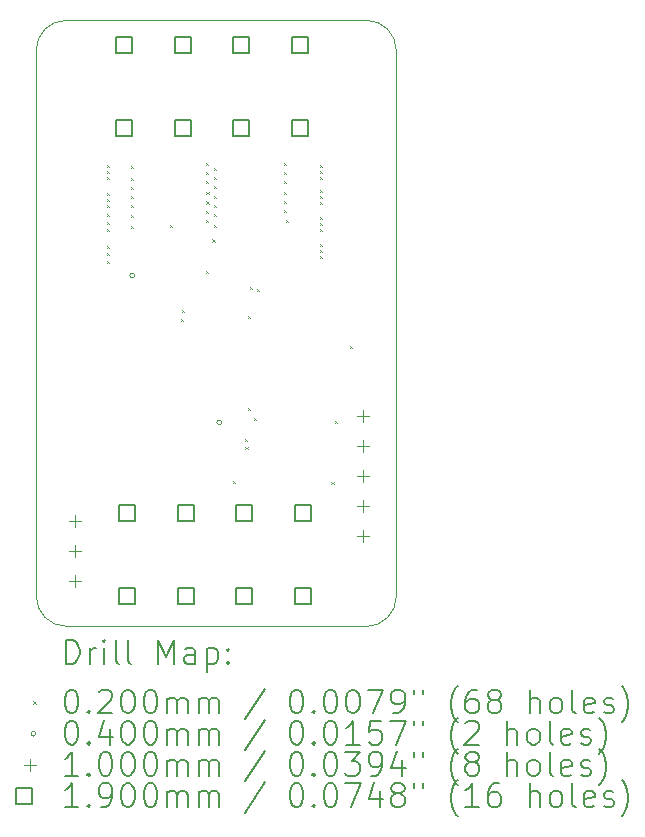
<source format=gbr>
%FSLAX45Y45*%
G04 Gerber Fmt 4.5, Leading zero omitted, Abs format (unit mm)*
G04 Created by KiCad (PCBNEW (6.0.0)) date 2022-02-23 23:53:31*
%MOMM*%
%LPD*%
G01*
G04 APERTURE LIST*
%TA.AperFunction,Profile*%
%ADD10C,0.100000*%
%TD*%
%ADD11C,0.200000*%
%ADD12C,0.020040*%
%ADD13C,0.040000*%
%ADD14C,0.100000*%
%ADD15C,0.190000*%
G04 APERTURE END LIST*
D10*
X17221200Y-14122400D02*
G75*
G03*
X16967200Y-13868400I-254000J0D01*
G01*
X14427200Y-18999200D02*
X16967200Y-19001005D01*
X14427200Y-13868400D02*
G75*
G03*
X14173200Y-14122400I0J-254000D01*
G01*
X17221200Y-18745200D02*
X17221200Y-14122400D01*
X16967200Y-19001005D02*
G75*
G03*
X17221200Y-18747005I0J254000D01*
G01*
X14173200Y-14122400D02*
X14173200Y-18745200D01*
X16967200Y-13868400D02*
X14427200Y-13868400D01*
X14173200Y-18745200D02*
G75*
G03*
X14427200Y-18999200I254000J0D01*
G01*
D11*
D12*
X14772458Y-15090057D02*
X14792498Y-15110098D01*
X14792498Y-15090057D02*
X14772458Y-15110098D01*
X14772458Y-15140839D02*
X14792498Y-15160880D01*
X14792498Y-15140839D02*
X14772458Y-15160880D01*
X14772780Y-15191880D02*
X14792820Y-15211920D01*
X14792820Y-15191880D02*
X14772780Y-15211920D01*
X14772780Y-15331580D02*
X14792820Y-15351620D01*
X14792820Y-15331580D02*
X14772780Y-15351620D01*
X14772780Y-15382380D02*
X14792820Y-15402420D01*
X14792820Y-15382380D02*
X14772780Y-15402420D01*
X14772780Y-15433180D02*
X14792820Y-15453220D01*
X14792820Y-15433180D02*
X14772780Y-15453220D01*
X14772780Y-15509380D02*
X14792820Y-15529420D01*
X14792820Y-15509380D02*
X14772780Y-15529420D01*
X14772780Y-15572880D02*
X14792820Y-15592920D01*
X14792820Y-15572880D02*
X14772780Y-15592920D01*
X14772780Y-15636380D02*
X14792820Y-15656420D01*
X14792820Y-15636380D02*
X14772780Y-15656420D01*
X14772780Y-15776080D02*
X14792820Y-15796120D01*
X14792820Y-15776080D02*
X14772780Y-15796120D01*
X14772780Y-15839580D02*
X14792820Y-15859620D01*
X14792820Y-15839580D02*
X14772780Y-15859620D01*
X14772780Y-15903080D02*
X14792820Y-15923120D01*
X14792820Y-15903080D02*
X14772780Y-15923120D01*
X14975980Y-15102980D02*
X14996020Y-15123020D01*
X14996020Y-15102980D02*
X14975980Y-15123020D01*
X14975980Y-15204580D02*
X14996020Y-15224620D01*
X14996020Y-15204580D02*
X14975980Y-15224620D01*
X14975980Y-15280780D02*
X14996020Y-15300820D01*
X14996020Y-15280780D02*
X14975980Y-15300820D01*
X14975980Y-15356980D02*
X14996020Y-15377020D01*
X14996020Y-15356980D02*
X14975980Y-15377020D01*
X14975980Y-15433180D02*
X14996020Y-15453220D01*
X14996020Y-15433180D02*
X14975980Y-15453220D01*
X14975980Y-15517679D02*
X14996020Y-15537720D01*
X14996020Y-15517679D02*
X14975980Y-15537720D01*
X14975980Y-15610980D02*
X14996020Y-15631020D01*
X14996020Y-15610980D02*
X14975980Y-15631020D01*
X15305276Y-15599788D02*
X15325317Y-15619828D01*
X15325317Y-15599788D02*
X15305276Y-15619828D01*
X15397925Y-16393965D02*
X15417966Y-16414006D01*
X15417966Y-16393965D02*
X15397925Y-16414006D01*
X15407780Y-16322180D02*
X15427820Y-16342220D01*
X15427820Y-16322180D02*
X15407780Y-16342220D01*
X15610980Y-15077580D02*
X15631020Y-15097620D01*
X15631020Y-15077580D02*
X15610980Y-15097620D01*
X15610980Y-15153780D02*
X15631020Y-15173820D01*
X15631020Y-15153780D02*
X15610980Y-15173820D01*
X15610980Y-15229980D02*
X15631020Y-15250020D01*
X15631020Y-15229980D02*
X15610980Y-15250020D01*
X15610980Y-15483980D02*
X15631020Y-15504020D01*
X15631020Y-15483980D02*
X15610980Y-15504020D01*
X15610980Y-15991980D02*
X15631020Y-16012020D01*
X15631020Y-15991980D02*
X15610980Y-16012020D01*
X15611405Y-15560605D02*
X15631446Y-15580646D01*
X15631446Y-15560605D02*
X15611405Y-15580646D01*
X15611990Y-15400066D02*
X15632030Y-15420107D01*
X15632030Y-15400066D02*
X15611990Y-15420107D01*
X15612986Y-15318834D02*
X15633026Y-15338875D01*
X15633026Y-15318834D02*
X15612986Y-15338875D01*
X15665263Y-15723909D02*
X15685304Y-15743949D01*
X15685304Y-15723909D02*
X15665263Y-15743949D01*
X15674480Y-15115680D02*
X15694520Y-15135720D01*
X15694520Y-15115680D02*
X15674480Y-15135720D01*
X15674480Y-15191880D02*
X15694520Y-15211920D01*
X15694520Y-15191880D02*
X15674480Y-15211920D01*
X15674480Y-15268080D02*
X15694520Y-15288120D01*
X15694520Y-15268080D02*
X15674480Y-15288120D01*
X15674480Y-15356980D02*
X15694520Y-15377020D01*
X15694520Y-15356980D02*
X15674480Y-15377020D01*
X15674480Y-15433180D02*
X15694520Y-15453220D01*
X15694520Y-15433180D02*
X15674480Y-15453220D01*
X15674480Y-15509380D02*
X15694520Y-15529420D01*
X15694520Y-15509380D02*
X15674480Y-15529420D01*
X15674480Y-15598280D02*
X15694520Y-15618320D01*
X15694520Y-15598280D02*
X15674480Y-15618320D01*
X15839580Y-17769980D02*
X15859620Y-17790020D01*
X15859620Y-17769980D02*
X15839580Y-17790020D01*
X15941180Y-17414380D02*
X15961220Y-17434420D01*
X15961220Y-17414380D02*
X15941180Y-17434420D01*
X15944649Y-17481365D02*
X15964689Y-17501405D01*
X15964689Y-17481365D02*
X15944649Y-17501405D01*
X15966580Y-16372980D02*
X15986620Y-16393020D01*
X15986620Y-16372980D02*
X15966580Y-16393020D01*
X15966580Y-17147680D02*
X15986620Y-17167720D01*
X15986620Y-17147680D02*
X15966580Y-17167720D01*
X15979809Y-16127697D02*
X15999850Y-16147738D01*
X15999850Y-16127697D02*
X15979809Y-16147738D01*
X16017380Y-17236580D02*
X16037420Y-17256620D01*
X16037420Y-17236580D02*
X16017380Y-17256620D01*
X16042780Y-16144380D02*
X16062820Y-16164420D01*
X16062820Y-16144380D02*
X16042780Y-16164420D01*
X16271380Y-15077580D02*
X16291420Y-15097620D01*
X16291420Y-15077580D02*
X16271380Y-15097620D01*
X16271380Y-15153780D02*
X16291420Y-15173820D01*
X16291420Y-15153780D02*
X16271380Y-15173820D01*
X16271380Y-15229980D02*
X16291420Y-15250020D01*
X16291420Y-15229980D02*
X16271380Y-15250020D01*
X16271380Y-15318880D02*
X16291420Y-15338920D01*
X16291420Y-15318880D02*
X16271380Y-15338920D01*
X16271380Y-15395080D02*
X16291420Y-15415120D01*
X16291420Y-15395080D02*
X16271380Y-15415120D01*
X16271380Y-15471280D02*
X16291420Y-15491320D01*
X16291420Y-15471280D02*
X16271380Y-15491320D01*
X16284080Y-15560180D02*
X16304120Y-15580220D01*
X16304120Y-15560180D02*
X16284080Y-15580220D01*
X16575745Y-15140863D02*
X16595785Y-15160903D01*
X16595785Y-15140863D02*
X16575745Y-15160903D01*
X16575745Y-15305532D02*
X16595785Y-15325573D01*
X16595785Y-15305532D02*
X16575745Y-15325573D01*
X16575745Y-15356781D02*
X16595785Y-15376822D01*
X16595785Y-15356781D02*
X16575745Y-15376822D01*
X16576180Y-15090280D02*
X16596220Y-15110320D01*
X16596220Y-15090280D02*
X16576180Y-15110320D01*
X16576180Y-15191880D02*
X16596220Y-15211920D01*
X16596220Y-15191880D02*
X16576180Y-15211920D01*
X16576180Y-15407780D02*
X16596220Y-15427820D01*
X16596220Y-15407780D02*
X16576180Y-15427820D01*
X16576180Y-15534780D02*
X16596220Y-15554820D01*
X16596220Y-15534780D02*
X16576180Y-15554820D01*
X16576180Y-15585580D02*
X16596220Y-15605620D01*
X16596220Y-15585580D02*
X16576180Y-15605620D01*
X16576180Y-15636380D02*
X16596220Y-15656420D01*
X16596220Y-15636380D02*
X16576180Y-15656420D01*
X16576180Y-15763380D02*
X16596220Y-15783420D01*
X16596220Y-15763380D02*
X16576180Y-15783420D01*
X16576180Y-15814180D02*
X16596220Y-15834220D01*
X16596220Y-15814180D02*
X16576180Y-15834220D01*
X16576180Y-15864980D02*
X16596220Y-15885020D01*
X16596220Y-15864980D02*
X16576180Y-15885020D01*
X16671311Y-17776448D02*
X16691352Y-17796489D01*
X16691352Y-17776448D02*
X16671311Y-17796489D01*
X16703180Y-17261980D02*
X16723220Y-17282020D01*
X16723220Y-17261980D02*
X16703180Y-17282020D01*
X16830180Y-16626980D02*
X16850220Y-16647020D01*
X16850220Y-16626980D02*
X16830180Y-16647020D01*
D13*
X15006000Y-16028252D02*
G75*
G03*
X15006000Y-16028252I-20000J0D01*
G01*
X15742600Y-17272000D02*
G75*
G03*
X15742600Y-17272000I-20000J0D01*
G01*
D14*
X14503400Y-18058700D02*
X14503400Y-18158700D01*
X14453400Y-18108700D02*
X14553400Y-18108700D01*
X14503400Y-18312700D02*
X14503400Y-18412700D01*
X14453400Y-18362700D02*
X14553400Y-18362700D01*
X14503400Y-18566700D02*
X14503400Y-18666700D01*
X14453400Y-18616700D02*
X14553400Y-18616700D01*
X16941800Y-17171700D02*
X16941800Y-17271700D01*
X16891800Y-17221700D02*
X16991800Y-17221700D01*
X16941800Y-17425700D02*
X16941800Y-17525700D01*
X16891800Y-17475700D02*
X16991800Y-17475700D01*
X16941800Y-17679700D02*
X16941800Y-17779700D01*
X16891800Y-17729700D02*
X16991800Y-17729700D01*
X16941800Y-17933700D02*
X16941800Y-18033700D01*
X16891800Y-17983700D02*
X16991800Y-17983700D01*
X16941800Y-18187700D02*
X16941800Y-18287700D01*
X16891800Y-18237700D02*
X16991800Y-18237700D01*
D15*
X14984446Y-14144376D02*
X14984446Y-14010024D01*
X14850094Y-14010024D01*
X14850094Y-14144376D01*
X14984446Y-14144376D01*
X14984446Y-14844376D02*
X14984446Y-14710024D01*
X14850094Y-14710024D01*
X14850094Y-14844376D01*
X14984446Y-14844376D01*
X15006376Y-18106776D02*
X15006376Y-17972424D01*
X14872024Y-17972424D01*
X14872024Y-18106776D01*
X15006376Y-18106776D01*
X15006376Y-18806776D02*
X15006376Y-18672424D01*
X14872024Y-18672424D01*
X14872024Y-18806776D01*
X15006376Y-18806776D01*
X15484446Y-14144376D02*
X15484446Y-14010024D01*
X15350094Y-14010024D01*
X15350094Y-14144376D01*
X15484446Y-14144376D01*
X15484446Y-14844376D02*
X15484446Y-14710024D01*
X15350094Y-14710024D01*
X15350094Y-14844376D01*
X15484446Y-14844376D01*
X15506376Y-18106776D02*
X15506376Y-17972424D01*
X15372024Y-17972424D01*
X15372024Y-18106776D01*
X15506376Y-18106776D01*
X15506376Y-18806776D02*
X15506376Y-18672424D01*
X15372024Y-18672424D01*
X15372024Y-18806776D01*
X15506376Y-18806776D01*
X15971576Y-14144376D02*
X15971576Y-14010024D01*
X15837224Y-14010024D01*
X15837224Y-14144376D01*
X15971576Y-14144376D01*
X15971576Y-14844376D02*
X15971576Y-14710024D01*
X15837224Y-14710024D01*
X15837224Y-14844376D01*
X15971576Y-14844376D01*
X15996976Y-18106776D02*
X15996976Y-17972424D01*
X15862624Y-17972424D01*
X15862624Y-18106776D01*
X15996976Y-18106776D01*
X15996976Y-18806776D02*
X15996976Y-18672424D01*
X15862624Y-18672424D01*
X15862624Y-18806776D01*
X15996976Y-18806776D01*
X16471576Y-14144376D02*
X16471576Y-14010024D01*
X16337224Y-14010024D01*
X16337224Y-14144376D01*
X16471576Y-14144376D01*
X16471576Y-14844376D02*
X16471576Y-14710024D01*
X16337224Y-14710024D01*
X16337224Y-14844376D01*
X16471576Y-14844376D01*
X16496976Y-18106776D02*
X16496976Y-17972424D01*
X16362624Y-17972424D01*
X16362624Y-18106776D01*
X16496976Y-18106776D01*
X16496976Y-18806776D02*
X16496976Y-18672424D01*
X16362624Y-18672424D01*
X16362624Y-18806776D01*
X16496976Y-18806776D01*
D11*
X14425819Y-19316481D02*
X14425819Y-19116481D01*
X14473438Y-19116481D01*
X14502009Y-19126005D01*
X14521057Y-19145053D01*
X14530581Y-19164100D01*
X14540105Y-19202196D01*
X14540105Y-19230767D01*
X14530581Y-19268862D01*
X14521057Y-19287910D01*
X14502009Y-19306957D01*
X14473438Y-19316481D01*
X14425819Y-19316481D01*
X14625819Y-19316481D02*
X14625819Y-19183148D01*
X14625819Y-19221243D02*
X14635343Y-19202196D01*
X14644867Y-19192672D01*
X14663914Y-19183148D01*
X14682962Y-19183148D01*
X14749628Y-19316481D02*
X14749628Y-19183148D01*
X14749628Y-19116481D02*
X14740105Y-19126005D01*
X14749628Y-19135529D01*
X14759152Y-19126005D01*
X14749628Y-19116481D01*
X14749628Y-19135529D01*
X14873438Y-19316481D02*
X14854390Y-19306957D01*
X14844867Y-19287910D01*
X14844867Y-19116481D01*
X14978200Y-19316481D02*
X14959152Y-19306957D01*
X14949628Y-19287910D01*
X14949628Y-19116481D01*
X15206771Y-19316481D02*
X15206771Y-19116481D01*
X15273438Y-19259338D01*
X15340105Y-19116481D01*
X15340105Y-19316481D01*
X15521057Y-19316481D02*
X15521057Y-19211719D01*
X15511533Y-19192672D01*
X15492486Y-19183148D01*
X15454390Y-19183148D01*
X15435343Y-19192672D01*
X15521057Y-19306957D02*
X15502009Y-19316481D01*
X15454390Y-19316481D01*
X15435343Y-19306957D01*
X15425819Y-19287910D01*
X15425819Y-19268862D01*
X15435343Y-19249815D01*
X15454390Y-19240291D01*
X15502009Y-19240291D01*
X15521057Y-19230767D01*
X15616295Y-19183148D02*
X15616295Y-19383148D01*
X15616295Y-19192672D02*
X15635343Y-19183148D01*
X15673438Y-19183148D01*
X15692486Y-19192672D01*
X15702009Y-19202196D01*
X15711533Y-19221243D01*
X15711533Y-19278386D01*
X15702009Y-19297434D01*
X15692486Y-19306957D01*
X15673438Y-19316481D01*
X15635343Y-19316481D01*
X15616295Y-19306957D01*
X15797248Y-19297434D02*
X15806771Y-19306957D01*
X15797248Y-19316481D01*
X15787724Y-19306957D01*
X15797248Y-19297434D01*
X15797248Y-19316481D01*
X15797248Y-19192672D02*
X15806771Y-19202196D01*
X15797248Y-19211719D01*
X15787724Y-19202196D01*
X15797248Y-19192672D01*
X15797248Y-19211719D01*
D12*
X14148159Y-19635985D02*
X14168200Y-19656025D01*
X14168200Y-19635985D02*
X14148159Y-19656025D01*
D11*
X14463914Y-19536481D02*
X14482962Y-19536481D01*
X14502009Y-19546005D01*
X14511533Y-19555529D01*
X14521057Y-19574577D01*
X14530581Y-19612672D01*
X14530581Y-19660291D01*
X14521057Y-19698386D01*
X14511533Y-19717434D01*
X14502009Y-19726957D01*
X14482962Y-19736481D01*
X14463914Y-19736481D01*
X14444867Y-19726957D01*
X14435343Y-19717434D01*
X14425819Y-19698386D01*
X14416295Y-19660291D01*
X14416295Y-19612672D01*
X14425819Y-19574577D01*
X14435343Y-19555529D01*
X14444867Y-19546005D01*
X14463914Y-19536481D01*
X14616295Y-19717434D02*
X14625819Y-19726957D01*
X14616295Y-19736481D01*
X14606771Y-19726957D01*
X14616295Y-19717434D01*
X14616295Y-19736481D01*
X14702009Y-19555529D02*
X14711533Y-19546005D01*
X14730581Y-19536481D01*
X14778200Y-19536481D01*
X14797248Y-19546005D01*
X14806771Y-19555529D01*
X14816295Y-19574577D01*
X14816295Y-19593624D01*
X14806771Y-19622196D01*
X14692486Y-19736481D01*
X14816295Y-19736481D01*
X14940105Y-19536481D02*
X14959152Y-19536481D01*
X14978200Y-19546005D01*
X14987724Y-19555529D01*
X14997248Y-19574577D01*
X15006771Y-19612672D01*
X15006771Y-19660291D01*
X14997248Y-19698386D01*
X14987724Y-19717434D01*
X14978200Y-19726957D01*
X14959152Y-19736481D01*
X14940105Y-19736481D01*
X14921057Y-19726957D01*
X14911533Y-19717434D01*
X14902009Y-19698386D01*
X14892486Y-19660291D01*
X14892486Y-19612672D01*
X14902009Y-19574577D01*
X14911533Y-19555529D01*
X14921057Y-19546005D01*
X14940105Y-19536481D01*
X15130581Y-19536481D02*
X15149628Y-19536481D01*
X15168676Y-19546005D01*
X15178200Y-19555529D01*
X15187724Y-19574577D01*
X15197248Y-19612672D01*
X15197248Y-19660291D01*
X15187724Y-19698386D01*
X15178200Y-19717434D01*
X15168676Y-19726957D01*
X15149628Y-19736481D01*
X15130581Y-19736481D01*
X15111533Y-19726957D01*
X15102009Y-19717434D01*
X15092486Y-19698386D01*
X15082962Y-19660291D01*
X15082962Y-19612672D01*
X15092486Y-19574577D01*
X15102009Y-19555529D01*
X15111533Y-19546005D01*
X15130581Y-19536481D01*
X15282962Y-19736481D02*
X15282962Y-19603148D01*
X15282962Y-19622196D02*
X15292486Y-19612672D01*
X15311533Y-19603148D01*
X15340105Y-19603148D01*
X15359152Y-19612672D01*
X15368676Y-19631719D01*
X15368676Y-19736481D01*
X15368676Y-19631719D02*
X15378200Y-19612672D01*
X15397248Y-19603148D01*
X15425819Y-19603148D01*
X15444867Y-19612672D01*
X15454390Y-19631719D01*
X15454390Y-19736481D01*
X15549628Y-19736481D02*
X15549628Y-19603148D01*
X15549628Y-19622196D02*
X15559152Y-19612672D01*
X15578200Y-19603148D01*
X15606771Y-19603148D01*
X15625819Y-19612672D01*
X15635343Y-19631719D01*
X15635343Y-19736481D01*
X15635343Y-19631719D02*
X15644867Y-19612672D01*
X15663914Y-19603148D01*
X15692486Y-19603148D01*
X15711533Y-19612672D01*
X15721057Y-19631719D01*
X15721057Y-19736481D01*
X16111533Y-19526957D02*
X15940105Y-19784100D01*
X16368676Y-19536481D02*
X16387724Y-19536481D01*
X16406771Y-19546005D01*
X16416295Y-19555529D01*
X16425819Y-19574577D01*
X16435343Y-19612672D01*
X16435343Y-19660291D01*
X16425819Y-19698386D01*
X16416295Y-19717434D01*
X16406771Y-19726957D01*
X16387724Y-19736481D01*
X16368676Y-19736481D01*
X16349628Y-19726957D01*
X16340105Y-19717434D01*
X16330581Y-19698386D01*
X16321057Y-19660291D01*
X16321057Y-19612672D01*
X16330581Y-19574577D01*
X16340105Y-19555529D01*
X16349628Y-19546005D01*
X16368676Y-19536481D01*
X16521057Y-19717434D02*
X16530581Y-19726957D01*
X16521057Y-19736481D01*
X16511533Y-19726957D01*
X16521057Y-19717434D01*
X16521057Y-19736481D01*
X16654390Y-19536481D02*
X16673438Y-19536481D01*
X16692486Y-19546005D01*
X16702009Y-19555529D01*
X16711533Y-19574577D01*
X16721057Y-19612672D01*
X16721057Y-19660291D01*
X16711533Y-19698386D01*
X16702009Y-19717434D01*
X16692486Y-19726957D01*
X16673438Y-19736481D01*
X16654390Y-19736481D01*
X16635343Y-19726957D01*
X16625819Y-19717434D01*
X16616295Y-19698386D01*
X16606771Y-19660291D01*
X16606771Y-19612672D01*
X16616295Y-19574577D01*
X16625819Y-19555529D01*
X16635343Y-19546005D01*
X16654390Y-19536481D01*
X16844867Y-19536481D02*
X16863914Y-19536481D01*
X16882962Y-19546005D01*
X16892486Y-19555529D01*
X16902010Y-19574577D01*
X16911533Y-19612672D01*
X16911533Y-19660291D01*
X16902010Y-19698386D01*
X16892486Y-19717434D01*
X16882962Y-19726957D01*
X16863914Y-19736481D01*
X16844867Y-19736481D01*
X16825819Y-19726957D01*
X16816295Y-19717434D01*
X16806771Y-19698386D01*
X16797248Y-19660291D01*
X16797248Y-19612672D01*
X16806771Y-19574577D01*
X16816295Y-19555529D01*
X16825819Y-19546005D01*
X16844867Y-19536481D01*
X16978200Y-19536481D02*
X17111533Y-19536481D01*
X17025819Y-19736481D01*
X17197248Y-19736481D02*
X17235343Y-19736481D01*
X17254390Y-19726957D01*
X17263914Y-19717434D01*
X17282962Y-19688862D01*
X17292486Y-19650767D01*
X17292486Y-19574577D01*
X17282962Y-19555529D01*
X17273438Y-19546005D01*
X17254390Y-19536481D01*
X17216295Y-19536481D01*
X17197248Y-19546005D01*
X17187724Y-19555529D01*
X17178200Y-19574577D01*
X17178200Y-19622196D01*
X17187724Y-19641243D01*
X17197248Y-19650767D01*
X17216295Y-19660291D01*
X17254390Y-19660291D01*
X17273438Y-19650767D01*
X17282962Y-19641243D01*
X17292486Y-19622196D01*
X17368676Y-19536481D02*
X17368676Y-19574577D01*
X17444867Y-19536481D02*
X17444867Y-19574577D01*
X17740105Y-19812672D02*
X17730581Y-19803148D01*
X17711533Y-19774577D01*
X17702010Y-19755529D01*
X17692486Y-19726957D01*
X17682962Y-19679338D01*
X17682962Y-19641243D01*
X17692486Y-19593624D01*
X17702010Y-19565053D01*
X17711533Y-19546005D01*
X17730581Y-19517434D01*
X17740105Y-19507910D01*
X17902010Y-19536481D02*
X17863914Y-19536481D01*
X17844867Y-19546005D01*
X17835343Y-19555529D01*
X17816295Y-19584100D01*
X17806771Y-19622196D01*
X17806771Y-19698386D01*
X17816295Y-19717434D01*
X17825819Y-19726957D01*
X17844867Y-19736481D01*
X17882962Y-19736481D01*
X17902010Y-19726957D01*
X17911533Y-19717434D01*
X17921057Y-19698386D01*
X17921057Y-19650767D01*
X17911533Y-19631719D01*
X17902010Y-19622196D01*
X17882962Y-19612672D01*
X17844867Y-19612672D01*
X17825819Y-19622196D01*
X17816295Y-19631719D01*
X17806771Y-19650767D01*
X18035343Y-19622196D02*
X18016295Y-19612672D01*
X18006771Y-19603148D01*
X17997248Y-19584100D01*
X17997248Y-19574577D01*
X18006771Y-19555529D01*
X18016295Y-19546005D01*
X18035343Y-19536481D01*
X18073438Y-19536481D01*
X18092486Y-19546005D01*
X18102010Y-19555529D01*
X18111533Y-19574577D01*
X18111533Y-19584100D01*
X18102010Y-19603148D01*
X18092486Y-19612672D01*
X18073438Y-19622196D01*
X18035343Y-19622196D01*
X18016295Y-19631719D01*
X18006771Y-19641243D01*
X17997248Y-19660291D01*
X17997248Y-19698386D01*
X18006771Y-19717434D01*
X18016295Y-19726957D01*
X18035343Y-19736481D01*
X18073438Y-19736481D01*
X18092486Y-19726957D01*
X18102010Y-19717434D01*
X18111533Y-19698386D01*
X18111533Y-19660291D01*
X18102010Y-19641243D01*
X18092486Y-19631719D01*
X18073438Y-19622196D01*
X18349629Y-19736481D02*
X18349629Y-19536481D01*
X18435343Y-19736481D02*
X18435343Y-19631719D01*
X18425819Y-19612672D01*
X18406771Y-19603148D01*
X18378200Y-19603148D01*
X18359152Y-19612672D01*
X18349629Y-19622196D01*
X18559152Y-19736481D02*
X18540105Y-19726957D01*
X18530581Y-19717434D01*
X18521057Y-19698386D01*
X18521057Y-19641243D01*
X18530581Y-19622196D01*
X18540105Y-19612672D01*
X18559152Y-19603148D01*
X18587724Y-19603148D01*
X18606771Y-19612672D01*
X18616295Y-19622196D01*
X18625819Y-19641243D01*
X18625819Y-19698386D01*
X18616295Y-19717434D01*
X18606771Y-19726957D01*
X18587724Y-19736481D01*
X18559152Y-19736481D01*
X18740105Y-19736481D02*
X18721057Y-19726957D01*
X18711533Y-19707910D01*
X18711533Y-19536481D01*
X18892486Y-19726957D02*
X18873438Y-19736481D01*
X18835343Y-19736481D01*
X18816295Y-19726957D01*
X18806771Y-19707910D01*
X18806771Y-19631719D01*
X18816295Y-19612672D01*
X18835343Y-19603148D01*
X18873438Y-19603148D01*
X18892486Y-19612672D01*
X18902010Y-19631719D01*
X18902010Y-19650767D01*
X18806771Y-19669815D01*
X18978200Y-19726957D02*
X18997248Y-19736481D01*
X19035343Y-19736481D01*
X19054390Y-19726957D01*
X19063914Y-19707910D01*
X19063914Y-19698386D01*
X19054390Y-19679338D01*
X19035343Y-19669815D01*
X19006771Y-19669815D01*
X18987724Y-19660291D01*
X18978200Y-19641243D01*
X18978200Y-19631719D01*
X18987724Y-19612672D01*
X19006771Y-19603148D01*
X19035343Y-19603148D01*
X19054390Y-19612672D01*
X19130581Y-19812672D02*
X19140105Y-19803148D01*
X19159152Y-19774577D01*
X19168676Y-19755529D01*
X19178200Y-19726957D01*
X19187724Y-19679338D01*
X19187724Y-19641243D01*
X19178200Y-19593624D01*
X19168676Y-19565053D01*
X19159152Y-19546005D01*
X19140105Y-19517434D01*
X19130581Y-19507910D01*
D13*
X14168200Y-19910005D02*
G75*
G03*
X14168200Y-19910005I-20000J0D01*
G01*
D11*
X14463914Y-19800481D02*
X14482962Y-19800481D01*
X14502009Y-19810005D01*
X14511533Y-19819529D01*
X14521057Y-19838577D01*
X14530581Y-19876672D01*
X14530581Y-19924291D01*
X14521057Y-19962386D01*
X14511533Y-19981434D01*
X14502009Y-19990957D01*
X14482962Y-20000481D01*
X14463914Y-20000481D01*
X14444867Y-19990957D01*
X14435343Y-19981434D01*
X14425819Y-19962386D01*
X14416295Y-19924291D01*
X14416295Y-19876672D01*
X14425819Y-19838577D01*
X14435343Y-19819529D01*
X14444867Y-19810005D01*
X14463914Y-19800481D01*
X14616295Y-19981434D02*
X14625819Y-19990957D01*
X14616295Y-20000481D01*
X14606771Y-19990957D01*
X14616295Y-19981434D01*
X14616295Y-20000481D01*
X14797248Y-19867148D02*
X14797248Y-20000481D01*
X14749628Y-19790957D02*
X14702009Y-19933815D01*
X14825819Y-19933815D01*
X14940105Y-19800481D02*
X14959152Y-19800481D01*
X14978200Y-19810005D01*
X14987724Y-19819529D01*
X14997248Y-19838577D01*
X15006771Y-19876672D01*
X15006771Y-19924291D01*
X14997248Y-19962386D01*
X14987724Y-19981434D01*
X14978200Y-19990957D01*
X14959152Y-20000481D01*
X14940105Y-20000481D01*
X14921057Y-19990957D01*
X14911533Y-19981434D01*
X14902009Y-19962386D01*
X14892486Y-19924291D01*
X14892486Y-19876672D01*
X14902009Y-19838577D01*
X14911533Y-19819529D01*
X14921057Y-19810005D01*
X14940105Y-19800481D01*
X15130581Y-19800481D02*
X15149628Y-19800481D01*
X15168676Y-19810005D01*
X15178200Y-19819529D01*
X15187724Y-19838577D01*
X15197248Y-19876672D01*
X15197248Y-19924291D01*
X15187724Y-19962386D01*
X15178200Y-19981434D01*
X15168676Y-19990957D01*
X15149628Y-20000481D01*
X15130581Y-20000481D01*
X15111533Y-19990957D01*
X15102009Y-19981434D01*
X15092486Y-19962386D01*
X15082962Y-19924291D01*
X15082962Y-19876672D01*
X15092486Y-19838577D01*
X15102009Y-19819529D01*
X15111533Y-19810005D01*
X15130581Y-19800481D01*
X15282962Y-20000481D02*
X15282962Y-19867148D01*
X15282962Y-19886196D02*
X15292486Y-19876672D01*
X15311533Y-19867148D01*
X15340105Y-19867148D01*
X15359152Y-19876672D01*
X15368676Y-19895719D01*
X15368676Y-20000481D01*
X15368676Y-19895719D02*
X15378200Y-19876672D01*
X15397248Y-19867148D01*
X15425819Y-19867148D01*
X15444867Y-19876672D01*
X15454390Y-19895719D01*
X15454390Y-20000481D01*
X15549628Y-20000481D02*
X15549628Y-19867148D01*
X15549628Y-19886196D02*
X15559152Y-19876672D01*
X15578200Y-19867148D01*
X15606771Y-19867148D01*
X15625819Y-19876672D01*
X15635343Y-19895719D01*
X15635343Y-20000481D01*
X15635343Y-19895719D02*
X15644867Y-19876672D01*
X15663914Y-19867148D01*
X15692486Y-19867148D01*
X15711533Y-19876672D01*
X15721057Y-19895719D01*
X15721057Y-20000481D01*
X16111533Y-19790957D02*
X15940105Y-20048100D01*
X16368676Y-19800481D02*
X16387724Y-19800481D01*
X16406771Y-19810005D01*
X16416295Y-19819529D01*
X16425819Y-19838577D01*
X16435343Y-19876672D01*
X16435343Y-19924291D01*
X16425819Y-19962386D01*
X16416295Y-19981434D01*
X16406771Y-19990957D01*
X16387724Y-20000481D01*
X16368676Y-20000481D01*
X16349628Y-19990957D01*
X16340105Y-19981434D01*
X16330581Y-19962386D01*
X16321057Y-19924291D01*
X16321057Y-19876672D01*
X16330581Y-19838577D01*
X16340105Y-19819529D01*
X16349628Y-19810005D01*
X16368676Y-19800481D01*
X16521057Y-19981434D02*
X16530581Y-19990957D01*
X16521057Y-20000481D01*
X16511533Y-19990957D01*
X16521057Y-19981434D01*
X16521057Y-20000481D01*
X16654390Y-19800481D02*
X16673438Y-19800481D01*
X16692486Y-19810005D01*
X16702009Y-19819529D01*
X16711533Y-19838577D01*
X16721057Y-19876672D01*
X16721057Y-19924291D01*
X16711533Y-19962386D01*
X16702009Y-19981434D01*
X16692486Y-19990957D01*
X16673438Y-20000481D01*
X16654390Y-20000481D01*
X16635343Y-19990957D01*
X16625819Y-19981434D01*
X16616295Y-19962386D01*
X16606771Y-19924291D01*
X16606771Y-19876672D01*
X16616295Y-19838577D01*
X16625819Y-19819529D01*
X16635343Y-19810005D01*
X16654390Y-19800481D01*
X16911533Y-20000481D02*
X16797248Y-20000481D01*
X16854390Y-20000481D02*
X16854390Y-19800481D01*
X16835343Y-19829053D01*
X16816295Y-19848100D01*
X16797248Y-19857624D01*
X17092486Y-19800481D02*
X16997248Y-19800481D01*
X16987724Y-19895719D01*
X16997248Y-19886196D01*
X17016295Y-19876672D01*
X17063914Y-19876672D01*
X17082962Y-19886196D01*
X17092486Y-19895719D01*
X17102010Y-19914767D01*
X17102010Y-19962386D01*
X17092486Y-19981434D01*
X17082962Y-19990957D01*
X17063914Y-20000481D01*
X17016295Y-20000481D01*
X16997248Y-19990957D01*
X16987724Y-19981434D01*
X17168676Y-19800481D02*
X17302010Y-19800481D01*
X17216295Y-20000481D01*
X17368676Y-19800481D02*
X17368676Y-19838577D01*
X17444867Y-19800481D02*
X17444867Y-19838577D01*
X17740105Y-20076672D02*
X17730581Y-20067148D01*
X17711533Y-20038577D01*
X17702010Y-20019529D01*
X17692486Y-19990957D01*
X17682962Y-19943338D01*
X17682962Y-19905243D01*
X17692486Y-19857624D01*
X17702010Y-19829053D01*
X17711533Y-19810005D01*
X17730581Y-19781434D01*
X17740105Y-19771910D01*
X17806771Y-19819529D02*
X17816295Y-19810005D01*
X17835343Y-19800481D01*
X17882962Y-19800481D01*
X17902010Y-19810005D01*
X17911533Y-19819529D01*
X17921057Y-19838577D01*
X17921057Y-19857624D01*
X17911533Y-19886196D01*
X17797248Y-20000481D01*
X17921057Y-20000481D01*
X18159152Y-20000481D02*
X18159152Y-19800481D01*
X18244867Y-20000481D02*
X18244867Y-19895719D01*
X18235343Y-19876672D01*
X18216295Y-19867148D01*
X18187724Y-19867148D01*
X18168676Y-19876672D01*
X18159152Y-19886196D01*
X18368676Y-20000481D02*
X18349629Y-19990957D01*
X18340105Y-19981434D01*
X18330581Y-19962386D01*
X18330581Y-19905243D01*
X18340105Y-19886196D01*
X18349629Y-19876672D01*
X18368676Y-19867148D01*
X18397248Y-19867148D01*
X18416295Y-19876672D01*
X18425819Y-19886196D01*
X18435343Y-19905243D01*
X18435343Y-19962386D01*
X18425819Y-19981434D01*
X18416295Y-19990957D01*
X18397248Y-20000481D01*
X18368676Y-20000481D01*
X18549629Y-20000481D02*
X18530581Y-19990957D01*
X18521057Y-19971910D01*
X18521057Y-19800481D01*
X18702010Y-19990957D02*
X18682962Y-20000481D01*
X18644867Y-20000481D01*
X18625819Y-19990957D01*
X18616295Y-19971910D01*
X18616295Y-19895719D01*
X18625819Y-19876672D01*
X18644867Y-19867148D01*
X18682962Y-19867148D01*
X18702010Y-19876672D01*
X18711533Y-19895719D01*
X18711533Y-19914767D01*
X18616295Y-19933815D01*
X18787724Y-19990957D02*
X18806771Y-20000481D01*
X18844867Y-20000481D01*
X18863914Y-19990957D01*
X18873438Y-19971910D01*
X18873438Y-19962386D01*
X18863914Y-19943338D01*
X18844867Y-19933815D01*
X18816295Y-19933815D01*
X18797248Y-19924291D01*
X18787724Y-19905243D01*
X18787724Y-19895719D01*
X18797248Y-19876672D01*
X18816295Y-19867148D01*
X18844867Y-19867148D01*
X18863914Y-19876672D01*
X18940105Y-20076672D02*
X18949629Y-20067148D01*
X18968676Y-20038577D01*
X18978200Y-20019529D01*
X18987724Y-19990957D01*
X18997248Y-19943338D01*
X18997248Y-19905243D01*
X18987724Y-19857624D01*
X18978200Y-19829053D01*
X18968676Y-19810005D01*
X18949629Y-19781434D01*
X18940105Y-19771910D01*
D14*
X14118200Y-20124005D02*
X14118200Y-20224005D01*
X14068200Y-20174005D02*
X14168200Y-20174005D01*
D11*
X14530581Y-20264481D02*
X14416295Y-20264481D01*
X14473438Y-20264481D02*
X14473438Y-20064481D01*
X14454390Y-20093053D01*
X14435343Y-20112100D01*
X14416295Y-20121624D01*
X14616295Y-20245434D02*
X14625819Y-20254957D01*
X14616295Y-20264481D01*
X14606771Y-20254957D01*
X14616295Y-20245434D01*
X14616295Y-20264481D01*
X14749628Y-20064481D02*
X14768676Y-20064481D01*
X14787724Y-20074005D01*
X14797248Y-20083529D01*
X14806771Y-20102577D01*
X14816295Y-20140672D01*
X14816295Y-20188291D01*
X14806771Y-20226386D01*
X14797248Y-20245434D01*
X14787724Y-20254957D01*
X14768676Y-20264481D01*
X14749628Y-20264481D01*
X14730581Y-20254957D01*
X14721057Y-20245434D01*
X14711533Y-20226386D01*
X14702009Y-20188291D01*
X14702009Y-20140672D01*
X14711533Y-20102577D01*
X14721057Y-20083529D01*
X14730581Y-20074005D01*
X14749628Y-20064481D01*
X14940105Y-20064481D02*
X14959152Y-20064481D01*
X14978200Y-20074005D01*
X14987724Y-20083529D01*
X14997248Y-20102577D01*
X15006771Y-20140672D01*
X15006771Y-20188291D01*
X14997248Y-20226386D01*
X14987724Y-20245434D01*
X14978200Y-20254957D01*
X14959152Y-20264481D01*
X14940105Y-20264481D01*
X14921057Y-20254957D01*
X14911533Y-20245434D01*
X14902009Y-20226386D01*
X14892486Y-20188291D01*
X14892486Y-20140672D01*
X14902009Y-20102577D01*
X14911533Y-20083529D01*
X14921057Y-20074005D01*
X14940105Y-20064481D01*
X15130581Y-20064481D02*
X15149628Y-20064481D01*
X15168676Y-20074005D01*
X15178200Y-20083529D01*
X15187724Y-20102577D01*
X15197248Y-20140672D01*
X15197248Y-20188291D01*
X15187724Y-20226386D01*
X15178200Y-20245434D01*
X15168676Y-20254957D01*
X15149628Y-20264481D01*
X15130581Y-20264481D01*
X15111533Y-20254957D01*
X15102009Y-20245434D01*
X15092486Y-20226386D01*
X15082962Y-20188291D01*
X15082962Y-20140672D01*
X15092486Y-20102577D01*
X15102009Y-20083529D01*
X15111533Y-20074005D01*
X15130581Y-20064481D01*
X15282962Y-20264481D02*
X15282962Y-20131148D01*
X15282962Y-20150196D02*
X15292486Y-20140672D01*
X15311533Y-20131148D01*
X15340105Y-20131148D01*
X15359152Y-20140672D01*
X15368676Y-20159719D01*
X15368676Y-20264481D01*
X15368676Y-20159719D02*
X15378200Y-20140672D01*
X15397248Y-20131148D01*
X15425819Y-20131148D01*
X15444867Y-20140672D01*
X15454390Y-20159719D01*
X15454390Y-20264481D01*
X15549628Y-20264481D02*
X15549628Y-20131148D01*
X15549628Y-20150196D02*
X15559152Y-20140672D01*
X15578200Y-20131148D01*
X15606771Y-20131148D01*
X15625819Y-20140672D01*
X15635343Y-20159719D01*
X15635343Y-20264481D01*
X15635343Y-20159719D02*
X15644867Y-20140672D01*
X15663914Y-20131148D01*
X15692486Y-20131148D01*
X15711533Y-20140672D01*
X15721057Y-20159719D01*
X15721057Y-20264481D01*
X16111533Y-20054957D02*
X15940105Y-20312100D01*
X16368676Y-20064481D02*
X16387724Y-20064481D01*
X16406771Y-20074005D01*
X16416295Y-20083529D01*
X16425819Y-20102577D01*
X16435343Y-20140672D01*
X16435343Y-20188291D01*
X16425819Y-20226386D01*
X16416295Y-20245434D01*
X16406771Y-20254957D01*
X16387724Y-20264481D01*
X16368676Y-20264481D01*
X16349628Y-20254957D01*
X16340105Y-20245434D01*
X16330581Y-20226386D01*
X16321057Y-20188291D01*
X16321057Y-20140672D01*
X16330581Y-20102577D01*
X16340105Y-20083529D01*
X16349628Y-20074005D01*
X16368676Y-20064481D01*
X16521057Y-20245434D02*
X16530581Y-20254957D01*
X16521057Y-20264481D01*
X16511533Y-20254957D01*
X16521057Y-20245434D01*
X16521057Y-20264481D01*
X16654390Y-20064481D02*
X16673438Y-20064481D01*
X16692486Y-20074005D01*
X16702009Y-20083529D01*
X16711533Y-20102577D01*
X16721057Y-20140672D01*
X16721057Y-20188291D01*
X16711533Y-20226386D01*
X16702009Y-20245434D01*
X16692486Y-20254957D01*
X16673438Y-20264481D01*
X16654390Y-20264481D01*
X16635343Y-20254957D01*
X16625819Y-20245434D01*
X16616295Y-20226386D01*
X16606771Y-20188291D01*
X16606771Y-20140672D01*
X16616295Y-20102577D01*
X16625819Y-20083529D01*
X16635343Y-20074005D01*
X16654390Y-20064481D01*
X16787724Y-20064481D02*
X16911533Y-20064481D01*
X16844867Y-20140672D01*
X16873438Y-20140672D01*
X16892486Y-20150196D01*
X16902010Y-20159719D01*
X16911533Y-20178767D01*
X16911533Y-20226386D01*
X16902010Y-20245434D01*
X16892486Y-20254957D01*
X16873438Y-20264481D01*
X16816295Y-20264481D01*
X16797248Y-20254957D01*
X16787724Y-20245434D01*
X17006771Y-20264481D02*
X17044867Y-20264481D01*
X17063914Y-20254957D01*
X17073438Y-20245434D01*
X17092486Y-20216862D01*
X17102010Y-20178767D01*
X17102010Y-20102577D01*
X17092486Y-20083529D01*
X17082962Y-20074005D01*
X17063914Y-20064481D01*
X17025819Y-20064481D01*
X17006771Y-20074005D01*
X16997248Y-20083529D01*
X16987724Y-20102577D01*
X16987724Y-20150196D01*
X16997248Y-20169243D01*
X17006771Y-20178767D01*
X17025819Y-20188291D01*
X17063914Y-20188291D01*
X17082962Y-20178767D01*
X17092486Y-20169243D01*
X17102010Y-20150196D01*
X17273438Y-20131148D02*
X17273438Y-20264481D01*
X17225819Y-20054957D02*
X17178200Y-20197815D01*
X17302010Y-20197815D01*
X17368676Y-20064481D02*
X17368676Y-20102577D01*
X17444867Y-20064481D02*
X17444867Y-20102577D01*
X17740105Y-20340672D02*
X17730581Y-20331148D01*
X17711533Y-20302577D01*
X17702010Y-20283529D01*
X17692486Y-20254957D01*
X17682962Y-20207338D01*
X17682962Y-20169243D01*
X17692486Y-20121624D01*
X17702010Y-20093053D01*
X17711533Y-20074005D01*
X17730581Y-20045434D01*
X17740105Y-20035910D01*
X17844867Y-20150196D02*
X17825819Y-20140672D01*
X17816295Y-20131148D01*
X17806771Y-20112100D01*
X17806771Y-20102577D01*
X17816295Y-20083529D01*
X17825819Y-20074005D01*
X17844867Y-20064481D01*
X17882962Y-20064481D01*
X17902010Y-20074005D01*
X17911533Y-20083529D01*
X17921057Y-20102577D01*
X17921057Y-20112100D01*
X17911533Y-20131148D01*
X17902010Y-20140672D01*
X17882962Y-20150196D01*
X17844867Y-20150196D01*
X17825819Y-20159719D01*
X17816295Y-20169243D01*
X17806771Y-20188291D01*
X17806771Y-20226386D01*
X17816295Y-20245434D01*
X17825819Y-20254957D01*
X17844867Y-20264481D01*
X17882962Y-20264481D01*
X17902010Y-20254957D01*
X17911533Y-20245434D01*
X17921057Y-20226386D01*
X17921057Y-20188291D01*
X17911533Y-20169243D01*
X17902010Y-20159719D01*
X17882962Y-20150196D01*
X18159152Y-20264481D02*
X18159152Y-20064481D01*
X18244867Y-20264481D02*
X18244867Y-20159719D01*
X18235343Y-20140672D01*
X18216295Y-20131148D01*
X18187724Y-20131148D01*
X18168676Y-20140672D01*
X18159152Y-20150196D01*
X18368676Y-20264481D02*
X18349629Y-20254957D01*
X18340105Y-20245434D01*
X18330581Y-20226386D01*
X18330581Y-20169243D01*
X18340105Y-20150196D01*
X18349629Y-20140672D01*
X18368676Y-20131148D01*
X18397248Y-20131148D01*
X18416295Y-20140672D01*
X18425819Y-20150196D01*
X18435343Y-20169243D01*
X18435343Y-20226386D01*
X18425819Y-20245434D01*
X18416295Y-20254957D01*
X18397248Y-20264481D01*
X18368676Y-20264481D01*
X18549629Y-20264481D02*
X18530581Y-20254957D01*
X18521057Y-20235910D01*
X18521057Y-20064481D01*
X18702010Y-20254957D02*
X18682962Y-20264481D01*
X18644867Y-20264481D01*
X18625819Y-20254957D01*
X18616295Y-20235910D01*
X18616295Y-20159719D01*
X18625819Y-20140672D01*
X18644867Y-20131148D01*
X18682962Y-20131148D01*
X18702010Y-20140672D01*
X18711533Y-20159719D01*
X18711533Y-20178767D01*
X18616295Y-20197815D01*
X18787724Y-20254957D02*
X18806771Y-20264481D01*
X18844867Y-20264481D01*
X18863914Y-20254957D01*
X18873438Y-20235910D01*
X18873438Y-20226386D01*
X18863914Y-20207338D01*
X18844867Y-20197815D01*
X18816295Y-20197815D01*
X18797248Y-20188291D01*
X18787724Y-20169243D01*
X18787724Y-20159719D01*
X18797248Y-20140672D01*
X18816295Y-20131148D01*
X18844867Y-20131148D01*
X18863914Y-20140672D01*
X18940105Y-20340672D02*
X18949629Y-20331148D01*
X18968676Y-20302577D01*
X18978200Y-20283529D01*
X18987724Y-20254957D01*
X18997248Y-20207338D01*
X18997248Y-20169243D01*
X18987724Y-20121624D01*
X18978200Y-20093053D01*
X18968676Y-20074005D01*
X18949629Y-20045434D01*
X18940105Y-20035910D01*
D15*
X14140376Y-20505181D02*
X14140376Y-20370829D01*
X14006024Y-20370829D01*
X14006024Y-20505181D01*
X14140376Y-20505181D01*
D11*
X14530581Y-20528481D02*
X14416295Y-20528481D01*
X14473438Y-20528481D02*
X14473438Y-20328481D01*
X14454390Y-20357053D01*
X14435343Y-20376100D01*
X14416295Y-20385624D01*
X14616295Y-20509434D02*
X14625819Y-20518957D01*
X14616295Y-20528481D01*
X14606771Y-20518957D01*
X14616295Y-20509434D01*
X14616295Y-20528481D01*
X14721057Y-20528481D02*
X14759152Y-20528481D01*
X14778200Y-20518957D01*
X14787724Y-20509434D01*
X14806771Y-20480862D01*
X14816295Y-20442767D01*
X14816295Y-20366577D01*
X14806771Y-20347529D01*
X14797248Y-20338005D01*
X14778200Y-20328481D01*
X14740105Y-20328481D01*
X14721057Y-20338005D01*
X14711533Y-20347529D01*
X14702009Y-20366577D01*
X14702009Y-20414196D01*
X14711533Y-20433243D01*
X14721057Y-20442767D01*
X14740105Y-20452291D01*
X14778200Y-20452291D01*
X14797248Y-20442767D01*
X14806771Y-20433243D01*
X14816295Y-20414196D01*
X14940105Y-20328481D02*
X14959152Y-20328481D01*
X14978200Y-20338005D01*
X14987724Y-20347529D01*
X14997248Y-20366577D01*
X15006771Y-20404672D01*
X15006771Y-20452291D01*
X14997248Y-20490386D01*
X14987724Y-20509434D01*
X14978200Y-20518957D01*
X14959152Y-20528481D01*
X14940105Y-20528481D01*
X14921057Y-20518957D01*
X14911533Y-20509434D01*
X14902009Y-20490386D01*
X14892486Y-20452291D01*
X14892486Y-20404672D01*
X14902009Y-20366577D01*
X14911533Y-20347529D01*
X14921057Y-20338005D01*
X14940105Y-20328481D01*
X15130581Y-20328481D02*
X15149628Y-20328481D01*
X15168676Y-20338005D01*
X15178200Y-20347529D01*
X15187724Y-20366577D01*
X15197248Y-20404672D01*
X15197248Y-20452291D01*
X15187724Y-20490386D01*
X15178200Y-20509434D01*
X15168676Y-20518957D01*
X15149628Y-20528481D01*
X15130581Y-20528481D01*
X15111533Y-20518957D01*
X15102009Y-20509434D01*
X15092486Y-20490386D01*
X15082962Y-20452291D01*
X15082962Y-20404672D01*
X15092486Y-20366577D01*
X15102009Y-20347529D01*
X15111533Y-20338005D01*
X15130581Y-20328481D01*
X15282962Y-20528481D02*
X15282962Y-20395148D01*
X15282962Y-20414196D02*
X15292486Y-20404672D01*
X15311533Y-20395148D01*
X15340105Y-20395148D01*
X15359152Y-20404672D01*
X15368676Y-20423719D01*
X15368676Y-20528481D01*
X15368676Y-20423719D02*
X15378200Y-20404672D01*
X15397248Y-20395148D01*
X15425819Y-20395148D01*
X15444867Y-20404672D01*
X15454390Y-20423719D01*
X15454390Y-20528481D01*
X15549628Y-20528481D02*
X15549628Y-20395148D01*
X15549628Y-20414196D02*
X15559152Y-20404672D01*
X15578200Y-20395148D01*
X15606771Y-20395148D01*
X15625819Y-20404672D01*
X15635343Y-20423719D01*
X15635343Y-20528481D01*
X15635343Y-20423719D02*
X15644867Y-20404672D01*
X15663914Y-20395148D01*
X15692486Y-20395148D01*
X15711533Y-20404672D01*
X15721057Y-20423719D01*
X15721057Y-20528481D01*
X16111533Y-20318957D02*
X15940105Y-20576100D01*
X16368676Y-20328481D02*
X16387724Y-20328481D01*
X16406771Y-20338005D01*
X16416295Y-20347529D01*
X16425819Y-20366577D01*
X16435343Y-20404672D01*
X16435343Y-20452291D01*
X16425819Y-20490386D01*
X16416295Y-20509434D01*
X16406771Y-20518957D01*
X16387724Y-20528481D01*
X16368676Y-20528481D01*
X16349628Y-20518957D01*
X16340105Y-20509434D01*
X16330581Y-20490386D01*
X16321057Y-20452291D01*
X16321057Y-20404672D01*
X16330581Y-20366577D01*
X16340105Y-20347529D01*
X16349628Y-20338005D01*
X16368676Y-20328481D01*
X16521057Y-20509434D02*
X16530581Y-20518957D01*
X16521057Y-20528481D01*
X16511533Y-20518957D01*
X16521057Y-20509434D01*
X16521057Y-20528481D01*
X16654390Y-20328481D02*
X16673438Y-20328481D01*
X16692486Y-20338005D01*
X16702009Y-20347529D01*
X16711533Y-20366577D01*
X16721057Y-20404672D01*
X16721057Y-20452291D01*
X16711533Y-20490386D01*
X16702009Y-20509434D01*
X16692486Y-20518957D01*
X16673438Y-20528481D01*
X16654390Y-20528481D01*
X16635343Y-20518957D01*
X16625819Y-20509434D01*
X16616295Y-20490386D01*
X16606771Y-20452291D01*
X16606771Y-20404672D01*
X16616295Y-20366577D01*
X16625819Y-20347529D01*
X16635343Y-20338005D01*
X16654390Y-20328481D01*
X16787724Y-20328481D02*
X16921057Y-20328481D01*
X16835343Y-20528481D01*
X17082962Y-20395148D02*
X17082962Y-20528481D01*
X17035343Y-20318957D02*
X16987724Y-20461815D01*
X17111533Y-20461815D01*
X17216295Y-20414196D02*
X17197248Y-20404672D01*
X17187724Y-20395148D01*
X17178200Y-20376100D01*
X17178200Y-20366577D01*
X17187724Y-20347529D01*
X17197248Y-20338005D01*
X17216295Y-20328481D01*
X17254390Y-20328481D01*
X17273438Y-20338005D01*
X17282962Y-20347529D01*
X17292486Y-20366577D01*
X17292486Y-20376100D01*
X17282962Y-20395148D01*
X17273438Y-20404672D01*
X17254390Y-20414196D01*
X17216295Y-20414196D01*
X17197248Y-20423719D01*
X17187724Y-20433243D01*
X17178200Y-20452291D01*
X17178200Y-20490386D01*
X17187724Y-20509434D01*
X17197248Y-20518957D01*
X17216295Y-20528481D01*
X17254390Y-20528481D01*
X17273438Y-20518957D01*
X17282962Y-20509434D01*
X17292486Y-20490386D01*
X17292486Y-20452291D01*
X17282962Y-20433243D01*
X17273438Y-20423719D01*
X17254390Y-20414196D01*
X17368676Y-20328481D02*
X17368676Y-20366577D01*
X17444867Y-20328481D02*
X17444867Y-20366577D01*
X17740105Y-20604672D02*
X17730581Y-20595148D01*
X17711533Y-20566577D01*
X17702010Y-20547529D01*
X17692486Y-20518957D01*
X17682962Y-20471338D01*
X17682962Y-20433243D01*
X17692486Y-20385624D01*
X17702010Y-20357053D01*
X17711533Y-20338005D01*
X17730581Y-20309434D01*
X17740105Y-20299910D01*
X17921057Y-20528481D02*
X17806771Y-20528481D01*
X17863914Y-20528481D02*
X17863914Y-20328481D01*
X17844867Y-20357053D01*
X17825819Y-20376100D01*
X17806771Y-20385624D01*
X18092486Y-20328481D02*
X18054390Y-20328481D01*
X18035343Y-20338005D01*
X18025819Y-20347529D01*
X18006771Y-20376100D01*
X17997248Y-20414196D01*
X17997248Y-20490386D01*
X18006771Y-20509434D01*
X18016295Y-20518957D01*
X18035343Y-20528481D01*
X18073438Y-20528481D01*
X18092486Y-20518957D01*
X18102010Y-20509434D01*
X18111533Y-20490386D01*
X18111533Y-20442767D01*
X18102010Y-20423719D01*
X18092486Y-20414196D01*
X18073438Y-20404672D01*
X18035343Y-20404672D01*
X18016295Y-20414196D01*
X18006771Y-20423719D01*
X17997248Y-20442767D01*
X18349629Y-20528481D02*
X18349629Y-20328481D01*
X18435343Y-20528481D02*
X18435343Y-20423719D01*
X18425819Y-20404672D01*
X18406771Y-20395148D01*
X18378200Y-20395148D01*
X18359152Y-20404672D01*
X18349629Y-20414196D01*
X18559152Y-20528481D02*
X18540105Y-20518957D01*
X18530581Y-20509434D01*
X18521057Y-20490386D01*
X18521057Y-20433243D01*
X18530581Y-20414196D01*
X18540105Y-20404672D01*
X18559152Y-20395148D01*
X18587724Y-20395148D01*
X18606771Y-20404672D01*
X18616295Y-20414196D01*
X18625819Y-20433243D01*
X18625819Y-20490386D01*
X18616295Y-20509434D01*
X18606771Y-20518957D01*
X18587724Y-20528481D01*
X18559152Y-20528481D01*
X18740105Y-20528481D02*
X18721057Y-20518957D01*
X18711533Y-20499910D01*
X18711533Y-20328481D01*
X18892486Y-20518957D02*
X18873438Y-20528481D01*
X18835343Y-20528481D01*
X18816295Y-20518957D01*
X18806771Y-20499910D01*
X18806771Y-20423719D01*
X18816295Y-20404672D01*
X18835343Y-20395148D01*
X18873438Y-20395148D01*
X18892486Y-20404672D01*
X18902010Y-20423719D01*
X18902010Y-20442767D01*
X18806771Y-20461815D01*
X18978200Y-20518957D02*
X18997248Y-20528481D01*
X19035343Y-20528481D01*
X19054390Y-20518957D01*
X19063914Y-20499910D01*
X19063914Y-20490386D01*
X19054390Y-20471338D01*
X19035343Y-20461815D01*
X19006771Y-20461815D01*
X18987724Y-20452291D01*
X18978200Y-20433243D01*
X18978200Y-20423719D01*
X18987724Y-20404672D01*
X19006771Y-20395148D01*
X19035343Y-20395148D01*
X19054390Y-20404672D01*
X19130581Y-20604672D02*
X19140105Y-20595148D01*
X19159152Y-20566577D01*
X19168676Y-20547529D01*
X19178200Y-20518957D01*
X19187724Y-20471338D01*
X19187724Y-20433243D01*
X19178200Y-20385624D01*
X19168676Y-20357053D01*
X19159152Y-20338005D01*
X19140105Y-20309434D01*
X19130581Y-20299910D01*
M02*

</source>
